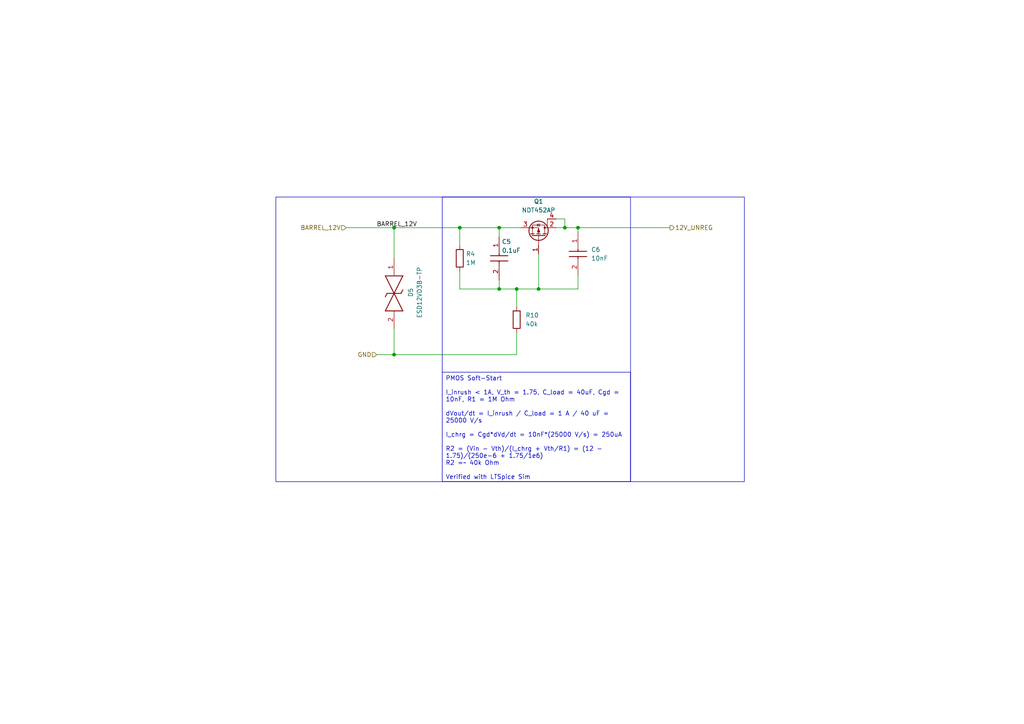
<source format=kicad_sch>
(kicad_sch (version 20250114) (generator "eeschema") (generator_version "9.0")
  (paper "A4")
  (lib_symbols
    (symbol "Device:R" (pin_numbers (hide yes)) (pin_names (offset 0))
      (property "Reference" "R" (at 2.032 0 90))
      (property "Value" "R" (at 0 0 90))
      (symbol "R_0_1"
        (rectangle (start -1.016 -2.54) (end 1.016 2.54) (stroke (width 0.254)))
      )
      (symbol "R_1_1"
        (pin passive line (at 0 3.81 270) (length 1.27) (name "~") (number "1"))
        (pin passive line (at 0 -3.81 90) (length 1.27) (name "~") (number "2"))
      )
    )
    (symbol "SamacSys_Parts:C0603C104K5RACTU" (pin_names (hide yes))
      (property "Reference" "C" (at 8.89 6.35 0))
      (property "Value" "C0603C104K5RACTU" (at 8.89 3.81 0))
      (symbol "C0603C104K5RACTU_1_1"
        (polyline (pts (xy 5.08 0) (xy 5.588 0)) (stroke (width 0.254)))
        (polyline (pts (xy 5.588 2.54) (xy 5.588 -2.54)) (stroke (width 0.254)))
        (polyline (pts (xy 7.112 2.54) (xy 7.112 -2.54)) (stroke (width 0.254)))
        (polyline (pts (xy 7.112 0) (xy 7.62 0)) (stroke (width 0.254)))
        (pin passive line (at 0 0 0) (length 5.08) (name "1") (number "1"))
        (pin passive line (at 12.7 0 180) (length 5.08) (name "2") (number "2"))
      )
    )
    (symbol "SamacSys_Parts:ESD12VD3B-TP" (pin_names (hide yes))
      (property "Reference" "D" (at 12.7 8.89 0))
      (property "Value" "ESD12VD3B-TP" (at 12.7 6.35 0))
      (symbol "ESD12VD3B-TP_1_1"
        (polyline (pts (xy 5.08 2.54) (xy 5.08 -2.54)) (stroke (width 0.254)))
        (polyline (pts (xy 5.08 2.54) (xy 10.16 0)) (stroke (width 0.254)))
        (polyline (pts (xy 9.144 2.54) (xy 10.16 2.032)) (stroke (width 0.254)))
        (polyline (pts (xy 10.16 0) (xy 5.08 -2.54)) (stroke (width 0.254)))
        (polyline (pts (xy 10.16 0) (xy 15.24 -2.54)) (stroke (width 0.254)))
        (polyline (pts (xy 10.16 -2.032) (xy 10.16 2.032)) (stroke (width 0.254)))
        (polyline (pts (xy 10.16 -2.032) (xy 11.176 -2.54)) (stroke (width 0.254)))
        (polyline (pts (xy 15.24 2.54) (xy 10.16 0)) (stroke (width 0.254)))
        (polyline (pts (xy 15.24 2.54) (xy 15.24 -2.54)) (stroke (width 0.254)))
        (pin passive line (at 0 0 0) (length 5.08) (name "1") (number "1"))
        (pin passive line (at 20.32 0 180) (length 5.08) (name "2") (number "2"))
      )
    )
    (symbol "SamacSys_Parts:GRM155R71E103KA01D" (pin_names (hide yes))
      (property "Reference" "C" (at 8.89 6.35 0))
      (property "Value" "GRM155R71E103KA01D" (at 8.89 3.81 0))
      (symbol "GRM155R71E103KA01D_1_1"
        (polyline (pts (xy 5.08 0) (xy 5.588 0)) (stroke (width 0.254)))
        (polyline (pts (xy 5.588 2.54) (xy 5.588 -2.54)) (stroke (width 0.254)))
        (polyline (pts (xy 7.112 2.54) (xy 7.112 -2.54)) (stroke (width 0.254)))
        (polyline (pts (xy 7.112 0) (xy 7.62 0)) (stroke (width 0.254)))
        (pin passive line (at 0 0 0) (length 5.08) (name "1") (number "1"))
        (pin passive line (at 12.7 0 180) (length 5.08) (name "2") (number "2"))
      )
    )
    (symbol "Transistor_FET:Q_PMOS_GDSD" (pin_names (offset 0) (hide yes))
      (property "Reference" "Q" (at 5.08 1.905 0))
      (property "Value" "Q_PMOS_GDSD" (at 5.08 0 0))
      (symbol "Q_PMOS_GDSD_0_1"
        (polyline (pts (xy 0.254 1.905) (xy 0.254 -1.905)) (stroke (width 0.254)))
        (polyline (pts (xy 0.254 0) (xy -2.54 0)))
        (polyline (pts (xy 0.762 2.286) (xy 0.762 1.27)) (stroke (width 0.254)))
        (polyline (pts (xy 0.762 1.778) (xy 3.302 1.778) (xy 3.302 -1.778) (xy 0.762 -1.778)))
        (polyline (pts (xy 0.762 0.508) (xy 0.762 -0.508)) (stroke (width 0.254)))
        (polyline (pts (xy 0.762 -1.27) (xy 0.762 -2.286)) (stroke (width 0.254)))
        (circle (center 1.651 0) (radius 2.794) (stroke (width 0.254)))
        (polyline (pts (xy 2.286 0) (xy 1.27 0.381) (xy 1.27 -0.381) (xy 2.286 0)) (fill (type outline)))
        (circle (center 2.54 1.778) (radius 0.254) (fill (type outline)))
        (circle (center 2.54 -1.778) (radius 0.254) (fill (type outline)))
        (polyline (pts (xy 2.54 -2.54) (xy 2.54 0) (xy 0.762 0)))
        (polyline (pts (xy 2.921 -0.381) (xy 3.683 -0.381)))
        (polyline (pts (xy 3.302 -0.381) (xy 2.921 0.254) (xy 3.683 0.254) (xy 3.302 -0.381)))
        (polyline (pts (xy 5.08 2.54) (xy 2.54 2.54) (xy 2.54 1.778)))
      )
      (symbol "Q_PMOS_GDSD_1_1"
        (pin input line (at -5.08 0 0) (length 2.54) (name "G") (number "1"))
        (pin passive line (at 2.54 5.08 270) (length 2.54) (name "D") (number "2"))
        (pin passive line (at 2.54 -5.08 90) (length 2.54) (name "S") (number "3"))
        (pin passive line (at 5.08 5.08 270) (length 2.54) (name "D") (number "4"))
      )
    )
  )
  (rectangle (start 128.27 57.15) (end 182.88 139.7))
  (rectangle (start 80.01 57.15) (end 215.9 139.7))
  (text_box "PMOS Soft-Start\n\nI_inrush < 1A, V_th = 1.75, C_load = 40uF, Cgd = 10nF, R1 = 1M Ohm\n\ndVout/dt = I_inrush / C_load = 1 A / 40 uF = 25000 V/s\n\nI_chrg = Cgd*dVd/dt = 10nF*(25000 V/s) = 250uA\n\nR2 = (Vin - Vth)/(I_chrg + Vth/R1) = (12 - 1.75)/(250e-6 + 1.75/1e6)\nR2 =~ 40k Ohm\n\nVerified with LTSpice Sim" (at 128.27 107.95 0) (size 54.61 31.75) (margins 0.9525 0.9525 0.9525 0.9525) (effects (font (size 1.27 1.27)) (justify left top)))
  (junction (at 144.78 66.04))
  (junction (at 156.21 83.82))
  (junction (at 163.83 66.04))
  (junction (at 114.3 102.87))
  (junction (at 149.86 83.82))
  (junction (at 167.64 66.04))
  (junction (at 133.35 66.04))
  (junction (at 114.3 66.04))
  (junction (at 144.78 83.82))
  (wire (pts (xy 144.78 66.04) (xy 151.13 66.04)))
  (wire (pts (xy 149.86 83.82) (xy 149.86 88.9)))
  (wire (pts (xy 114.3 95.25) (xy 114.3 102.87)))
  (wire (pts (xy 114.3 66.04) (xy 114.3 74.93)))
  (wire (pts (xy 133.35 71.12) (xy 133.35 66.04)))
  (wire (pts (xy 156.21 73.66) (xy 156.21 83.82)))
  (wire (pts (xy 163.83 63.5) (xy 163.83 66.04)))
  (wire (pts (xy 114.3 102.87) (xy 149.86 102.87)))
  (wire (pts (xy 163.83 66.04) (xy 167.64 66.04)))
  (wire (pts (xy 149.86 96.52) (xy 149.86 102.87)))
  (wire (pts (xy 156.21 83.82) (xy 149.86 83.82)))
  (wire (pts (xy 144.78 83.82) (xy 133.35 83.82)))
  (wire (pts (xy 167.64 66.04) (xy 194.31 66.04)))
  (wire (pts (xy 133.35 66.04) (xy 144.78 66.04)))
  (wire (pts (xy 144.78 81.28) (xy 144.78 83.82)))
  (wire (pts (xy 161.29 66.04) (xy 163.83 66.04)))
  (wire (pts (xy 114.3 66.04) (xy 133.35 66.04)))
  (wire (pts (xy 161.29 63.5) (xy 163.83 63.5)))
  (wire (pts (xy 149.86 83.82) (xy 144.78 83.82)))
  (wire (pts (xy 167.64 80.01) (xy 167.64 83.82)))
  (wire (pts (xy 100.33 66.04) (xy 114.3 66.04)))
  (wire (pts (xy 156.21 83.82) (xy 167.64 83.82)))
  (wire (pts (xy 109.22 102.87) (xy 114.3 102.87)))
  (wire (pts (xy 167.64 66.04) (xy 167.64 67.31)))
  (wire (pts (xy 133.35 78.74) (xy 133.35 83.82)))
  (wire (pts (xy 144.78 66.04) (xy 144.78 68.58)))
  (label "BARREL_12V" (at 109.22 66.04 0))
  (hierarchical_label "GND" (shape input) (at 109.22 102.87 180))
  (hierarchical_label "BARREL_12V" (shape input) (at 100.33 66.04 180))
  (hierarchical_label "12V_UNREG" (shape output) (at 194.31 66.04 0))
  (symbol (lib_id "SamacSys_Parts:C0603C104K5RACTU") (at 144.78 68.58 270) (unit 1)
    (property "Reference" "C5" (at 145.542 70.104 90) (effects (justify left)))
    (property "Value" "0.1uF" (at 145.542 72.644 90) (effects (justify left)))
    (property "Footprint" "C0603" (effects (hide yes)))
    (property "Datasheet" "https://content.kemet.com/datasheets/KEM_C1002_X7R_SMD.pdf" (effects (hide yes)))
    (property "Description" "SMD Comm X7R, Ceramic, 0.1 uF, 10%, 50 VDC, 125 VDC, 125C, -55C, X7R, SMD, MLCC, Temperature Stable, Class II, 2.5 % , 5 GOhms, 7.3 mg, 0603, 1.6mm, 0.8mm, 0.8mm, 0.7mm, 0.35mm, 4000, 78  Weeks, 80" (effects (hide yes)))
    (property "Height" "0.87" (effects (hide yes)))
    (property "Manufacturer_Name" "KEMET" (effects (hide yes)))
    (property "Manufacturer_Part_Number" "C0603C104K5RACTU" (effects (hide yes)))
    (property "Mouser Part Number" "80-C0603C104K5R" (effects (hide yes)))
    (property "Mouser Price/Stock" "https://www.mouser.co.uk/ProductDetail/KEMET/C0603C104K5RACTU?qs=l5k%252BbMnNDkkVcnZPSAaaiQ%3D%3D" (effects (hide yes)))
    (property "Arrow Part Number" "C0603C104K5RACTU" (effects (hide yes)))
    (property "Arrow Price/Stock" "https://www.arrow.com/en/products/c0603c104k5ractu/kemet-corporation?utm_currency=USD&region=nac" (effects (hide yes)))
  )
  (symbol (lib_id "SamacSys_Parts:ESD12VD3B-TP") (at 114.3 74.93 270) (unit 1)
    (property "Reference" "D5" (at 119.126 84.836 0))
    (property "Value" "ESD12VD3B-TP" (at 121.666 84.836 0))
    (property "Footprint" "SOD2512X115N" (effects (hide yes)))
    (property "Datasheet" "https://www.mccsemi.com/pdf/Products/ESD12VD3B(SOD-323).pdf" (effects (hide yes)))
    (property "Description" "ESD Protection Devices" (effects (hide yes)))
    (property "Height" "1.15" (effects (hide yes)))
    (property "Manufacturer_Name" "MCC" (effects (hide yes)))
    (property "Manufacturer_Part_Number" "ESD12VD3B-TP" (effects (hide yes)))
    (property "Mouser Part Number" "833-ESD12VD3B-TP" (effects (hide yes)))
    (property "Mouser Price/Stock" "https://www.mouser.co.uk/ProductDetail/Micro-Commercial-Components-MCC/ESD12VD3B-TP?qs=JeAkOuORR2UindL%252BbQ2Y4w%3D%3D" (effects (hide yes)))
    (property "Arrow Part Number" "ESD12VD3B-TP" (effects (hide yes)))
    (property "Arrow Price/Stock" "https://www.arrow.com/en/products/esd12vd3b-tp/micro-commercial-components?region=nac" (effects (hide yes)))
  )
  (symbol (lib_id "Device:R") (at 149.86 92.71 180) (unit 1)
    (property "Reference" "R10" (at 152.4 91.4399 0) (effects (justify right)))
    (property "Value" "40k" (at 152.4 93.9799 0) (effects (justify right)))
    (property "Description" "Resistor" (effects (hide yes)))
  )
  (symbol (lib_id "SamacSys_Parts:GRM155R71E103KA01D") (at 167.64 67.31 270) (unit 1)
    (property "Reference" "C6" (at 171.45 72.3899 90) (effects (justify left)))
    (property "Value" "10nF" (at 171.45 74.9299 90) (effects (justify left)))
    (property "Footprint" "CAPC1005X70N" (effects (hide yes)))
    (property "Datasheet" "https://search.murata.co.jp/Ceramy/image/img/A01X/G101/ENG/GRM155R71E103KA01-01A.pdf" (effects (hide yes)))
    (property "Description" "Cap, Ceramic,0402, 10nF 25V Murata 0402 GRM 10nF Ceramic Multilayer Capacitor, 25 V dc, +125C, X7R Dielectric, +/-10% SMD" (effects (hide yes)))
    (property "Height" "0.7" (effects (hide yes)))
    (property "Manufacturer_Name" "Murata Electronics" (effects (hide yes)))
    (property "Manufacturer_Part_Number" "GRM155R71E103KA01D" (effects (hide yes)))
    (property "Mouser Part Number" "81-GRM36X103K25" (effects (hide yes)))
    (property "Mouser Price/Stock" "https://www.mouser.co.uk/ProductDetail/Murata-Electronics/GRM155R71E103KA01D?qs=tOieHv2smhmMGFtkNVb1ug%3D%3D" (effects (hide yes)))
    (property "Arrow Part Number" "GRM155R71E103KA01D" (effects (hide yes)))
    (property "Arrow Price/Stock" "https://www.arrow.com/en/products/grm155r71e103ka01d/murata-manufacturing?utm_currency=USD&region=nac" (effects (hide yes)))
  )
  (symbol (lib_id "Device:R") (at 133.35 74.93 0) (unit 1)
    (property "Reference" "R4" (at 135.128 73.66 0) (effects (justify left)))
    (property "Value" "1M" (at 135.128 76.2 0) (effects (justify left)))
    (property "Description" "Resistor" (effects (hide yes)))
  )
  (symbol (lib_id "Transistor_FET:Q_PMOS_GDSD") (at 156.21 68.58 270) (mirror x) (unit 1)
    (property "Reference" "Q1" (at 156.21 58.42 90))
    (property "Value" "NDT452AP" (at 156.21 60.96 90))
    (property "Footprint" "SamacSys_Parts:SOT230P700X180-4N" (effects (hide yes)))
    (property "Description" "P-MOSFET transistor, gate/drain/source, drain connected to mounting plane" (effects (hide yes)))
  )
)
</source>
